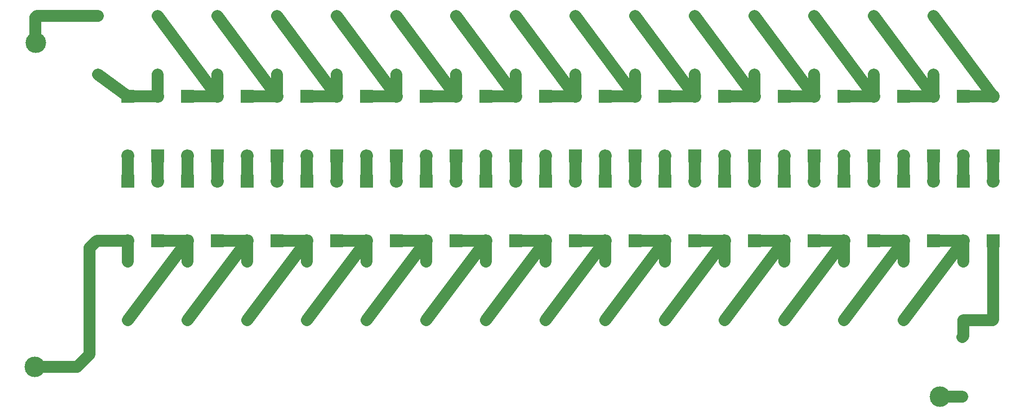
<source format=gbr>
G04 #@! TF.FileFunction,Copper,L2,Bot,Signal*
%FSLAX46Y46*%
G04 Gerber Fmt 4.6, Leading zero omitted, Abs format (unit mm)*
G04 Created by KiCad (PCBNEW 4.0.7) date 11/17/24 14:48:46*
%MOMM*%
%LPD*%
G01*
G04 APERTURE LIST*
%ADD10C,0.100000*%
%ADD11C,1.600000*%
%ADD12O,1.600000X1.600000*%
%ADD13R,2.200000X2.200000*%
%ADD14O,2.200000X2.200000*%
%ADD15C,3.500120*%
%ADD16C,3.500000*%
%ADD17C,2.000000*%
G04 APERTURE END LIST*
D10*
D11*
X271780000Y-84582000D03*
D12*
X271780000Y-74422000D03*
D11*
X124674000Y-19574000D03*
D12*
X124674000Y-29574000D03*
D11*
X266914000Y-19574000D03*
D12*
X266914000Y-29574000D03*
D11*
X256754000Y-19574000D03*
D12*
X256754000Y-29574000D03*
D11*
X246594000Y-19574000D03*
D12*
X246594000Y-29574000D03*
D11*
X236434000Y-19574000D03*
D12*
X236434000Y-29574000D03*
D11*
X226274000Y-19574000D03*
D12*
X226274000Y-29574000D03*
D11*
X216114000Y-19574000D03*
D12*
X216114000Y-29574000D03*
D11*
X205954000Y-19574000D03*
D12*
X205954000Y-29574000D03*
D11*
X195794000Y-19574000D03*
D12*
X195794000Y-29574000D03*
D11*
X185634000Y-19574000D03*
D12*
X185634000Y-29574000D03*
D11*
X175474000Y-19574000D03*
D12*
X175474000Y-29574000D03*
D11*
X165314000Y-19574000D03*
D12*
X165314000Y-29574000D03*
D11*
X155154000Y-19574000D03*
D12*
X155154000Y-29574000D03*
D11*
X144994000Y-19574000D03*
D12*
X144994000Y-29574000D03*
D11*
X271994000Y-61484000D03*
D12*
X271994000Y-71484000D03*
D11*
X261834000Y-61484000D03*
D12*
X261834000Y-71484000D03*
D11*
X251674000Y-61484000D03*
D12*
X251674000Y-71484000D03*
D11*
X241514000Y-61484000D03*
D12*
X241514000Y-71484000D03*
D11*
X231354000Y-61484000D03*
D12*
X231354000Y-71484000D03*
D11*
X221194000Y-61484000D03*
D12*
X221194000Y-71484000D03*
D11*
X211034000Y-61484000D03*
D12*
X211034000Y-71484000D03*
D11*
X200874000Y-61484000D03*
D12*
X200874000Y-71484000D03*
D11*
X190714000Y-61484000D03*
D12*
X190714000Y-71484000D03*
D11*
X180554000Y-61484000D03*
D12*
X180554000Y-71484000D03*
D11*
X170394000Y-61484000D03*
D12*
X170394000Y-71484000D03*
D11*
X160234000Y-61484000D03*
D12*
X160234000Y-71484000D03*
D11*
X150074000Y-61484000D03*
D12*
X150074000Y-71484000D03*
D11*
X139914000Y-61484000D03*
D12*
X139914000Y-71484000D03*
D13*
X277074000Y-57928000D03*
D14*
X277074000Y-47768000D03*
D13*
X266914000Y-57928000D03*
D14*
X266914000Y-47768000D03*
D13*
X256754000Y-57928000D03*
D14*
X256754000Y-47768000D03*
D13*
X246594000Y-57928000D03*
D14*
X246594000Y-47768000D03*
D13*
X236434000Y-57928000D03*
D14*
X236434000Y-47768000D03*
D13*
X226274000Y-57928000D03*
D14*
X226274000Y-47768000D03*
D13*
X216114000Y-57928000D03*
D14*
X216114000Y-47768000D03*
D13*
X205954000Y-57928000D03*
D14*
X205954000Y-47768000D03*
D13*
X195794000Y-57928000D03*
D14*
X195794000Y-47768000D03*
D13*
X185634000Y-57928000D03*
D14*
X185634000Y-47768000D03*
D13*
X175474000Y-57928000D03*
D14*
X175474000Y-47768000D03*
D13*
X165314000Y-57928000D03*
D14*
X165314000Y-47768000D03*
D13*
X155154000Y-57928000D03*
D14*
X155154000Y-47768000D03*
D13*
X144994000Y-57928000D03*
D14*
X144994000Y-47768000D03*
D13*
X277074000Y-43450000D03*
D14*
X277074000Y-33290000D03*
D13*
X266914000Y-43450000D03*
D14*
X266914000Y-33290000D03*
D13*
X256754000Y-43450000D03*
D14*
X256754000Y-33290000D03*
D13*
X246594000Y-43450000D03*
D14*
X246594000Y-33290000D03*
D13*
X236434000Y-43450000D03*
D14*
X236434000Y-33290000D03*
D13*
X226274000Y-43450000D03*
D14*
X226274000Y-33290000D03*
D13*
X216114000Y-43450000D03*
D14*
X216114000Y-33290000D03*
D13*
X205954000Y-43450000D03*
D14*
X205954000Y-33290000D03*
D13*
X195794000Y-43450000D03*
D14*
X195794000Y-33290000D03*
D13*
X185634000Y-43450000D03*
D14*
X185634000Y-33290000D03*
D13*
X175474000Y-43450000D03*
D14*
X175474000Y-33290000D03*
D13*
X165314000Y-43450000D03*
D14*
X165314000Y-33290000D03*
D13*
X155154000Y-43450000D03*
D14*
X155154000Y-33290000D03*
D13*
X144994000Y-43450000D03*
D14*
X144994000Y-33290000D03*
D13*
X271994000Y-47768000D03*
D14*
X271994000Y-57928000D03*
D13*
X261834000Y-47768000D03*
D14*
X261834000Y-57928000D03*
D13*
X251674000Y-47768000D03*
D14*
X251674000Y-57928000D03*
D13*
X241514000Y-47768000D03*
D14*
X241514000Y-57928000D03*
D13*
X231354000Y-47768000D03*
D14*
X231354000Y-57928000D03*
D13*
X221194000Y-47768000D03*
D14*
X221194000Y-57928000D03*
D13*
X211034000Y-47768000D03*
D14*
X211034000Y-57928000D03*
D13*
X200874000Y-47768000D03*
D14*
X200874000Y-57928000D03*
D13*
X190714000Y-47768000D03*
D14*
X190714000Y-57928000D03*
D13*
X180554000Y-47768000D03*
D14*
X180554000Y-57928000D03*
D13*
X170394000Y-47768000D03*
D14*
X170394000Y-57928000D03*
D13*
X160234000Y-47768000D03*
D14*
X160234000Y-57928000D03*
D13*
X150074000Y-47768000D03*
D14*
X150074000Y-57928000D03*
D13*
X139914000Y-47768000D03*
D14*
X139914000Y-57928000D03*
D13*
X271994000Y-33290000D03*
D14*
X271994000Y-43450000D03*
D13*
X261834000Y-33290000D03*
D14*
X261834000Y-43450000D03*
D13*
X251674000Y-33290000D03*
D14*
X251674000Y-43450000D03*
D13*
X241514000Y-33290000D03*
D14*
X241514000Y-43450000D03*
D13*
X231354000Y-33290000D03*
D14*
X231354000Y-43450000D03*
D13*
X221194000Y-33290000D03*
D14*
X221194000Y-43450000D03*
D13*
X211034000Y-33290000D03*
D14*
X211034000Y-43450000D03*
D13*
X200874000Y-33290000D03*
D14*
X200874000Y-43450000D03*
D13*
X190714000Y-33290000D03*
D14*
X190714000Y-43450000D03*
D13*
X180554000Y-33290000D03*
D14*
X180554000Y-43450000D03*
D13*
X170394000Y-33290000D03*
D14*
X170394000Y-43450000D03*
D13*
X160234000Y-33290000D03*
D14*
X160234000Y-43450000D03*
D13*
X150074000Y-33290000D03*
D14*
X150074000Y-43450000D03*
D13*
X139914000Y-33290000D03*
D14*
X139914000Y-43450000D03*
D13*
X134834000Y-57928000D03*
D14*
X134834000Y-47768000D03*
D13*
X134834000Y-43450000D03*
D14*
X134834000Y-33290000D03*
D11*
X134834000Y-19574000D03*
D12*
X134834000Y-29574000D03*
D11*
X129754000Y-61484000D03*
D12*
X129754000Y-71484000D03*
D13*
X129754000Y-47768000D03*
D14*
X129754000Y-57928000D03*
D13*
X129754000Y-33290000D03*
D14*
X129754000Y-43450000D03*
D15*
X113875000Y-79450000D03*
D16*
X267970000Y-84582000D03*
D15*
X114075000Y-24200000D03*
D17*
X271780000Y-84582000D02*
X267970000Y-84582000D01*
X271994000Y-71484000D02*
X271994000Y-74208000D01*
X271994000Y-74208000D02*
X271780000Y-74422000D01*
X114006000Y-79452000D02*
X121108000Y-79452000D01*
X124444000Y-57928000D02*
X129754000Y-57928000D01*
X123190000Y-59182000D02*
X124444000Y-57928000D01*
X123190000Y-77370000D02*
X123190000Y-59182000D01*
X121108000Y-79452000D02*
X123190000Y-77370000D01*
X271994000Y-71484000D02*
X277004000Y-71484000D01*
X277074000Y-71414000D02*
X277074000Y-57928000D01*
X277004000Y-71484000D02*
X277074000Y-71414000D01*
X114006000Y-24400000D02*
X114006000Y-19828000D01*
X114260000Y-19574000D02*
X124674000Y-19574000D01*
X114006000Y-19828000D02*
X114260000Y-19574000D01*
X124674000Y-29574000D02*
X129754000Y-33290000D01*
X266914000Y-19574000D02*
X277074000Y-33290000D01*
X256754000Y-19574000D02*
X266914000Y-33290000D01*
X246594000Y-19574000D02*
X256754000Y-33290000D01*
X236434000Y-19574000D02*
X246594000Y-33290000D01*
X226274000Y-19574000D02*
X236434000Y-33290000D01*
X216114000Y-19574000D02*
X226274000Y-33290000D01*
X205954000Y-19574000D02*
X216114000Y-33290000D01*
X195794000Y-19574000D02*
X205954000Y-33290000D01*
X185634000Y-19574000D02*
X195794000Y-33290000D01*
X175474000Y-19574000D02*
X185634000Y-33290000D01*
X165314000Y-19574000D02*
X175474000Y-33290000D01*
X155154000Y-19574000D02*
X165314000Y-33290000D01*
X144994000Y-19574000D02*
X155154000Y-33290000D01*
X266914000Y-29574000D02*
X266914000Y-33290000D01*
X256754000Y-29574000D02*
X256754000Y-33290000D01*
X246594000Y-29574000D02*
X246594000Y-33290000D01*
X236434000Y-29574000D02*
X236434000Y-33290000D01*
X226274000Y-29574000D02*
X226274000Y-33290000D01*
X216114000Y-29574000D02*
X216114000Y-33290000D01*
X205954000Y-29574000D02*
X205954000Y-33290000D01*
X195794000Y-29574000D02*
X195794000Y-33290000D01*
X185634000Y-29574000D02*
X185634000Y-33290000D01*
X175474000Y-29574000D02*
X175474000Y-33290000D01*
X165314000Y-29574000D02*
X165314000Y-33290000D01*
X155154000Y-29574000D02*
X155154000Y-33290000D01*
X144994000Y-29574000D02*
X144994000Y-33290000D01*
X134834000Y-19574000D02*
X144994000Y-33290000D01*
X261834000Y-71484000D02*
X271994000Y-57928000D01*
X251674000Y-71484000D02*
X261834000Y-57928000D01*
X241514000Y-71484000D02*
X251674000Y-57928000D01*
X231354000Y-71484000D02*
X241514000Y-57928000D01*
X221194000Y-71484000D02*
X231354000Y-57928000D01*
X211034000Y-71484000D02*
X221194000Y-57928000D01*
X200874000Y-71484000D02*
X211034000Y-57928000D01*
X190714000Y-71484000D02*
X200874000Y-57928000D01*
X180554000Y-71484000D02*
X190714000Y-57928000D01*
X170394000Y-71484000D02*
X180554000Y-57928000D01*
X160234000Y-71484000D02*
X170394000Y-57928000D01*
X150074000Y-71484000D02*
X160234000Y-57928000D01*
X139914000Y-71484000D02*
X150074000Y-57928000D01*
X129754000Y-71484000D02*
X139914000Y-57928000D01*
X271994000Y-57928000D02*
X271994000Y-61484000D01*
X261834000Y-57928000D02*
X261834000Y-61484000D01*
X251674000Y-57928000D02*
X251674000Y-61484000D01*
X241514000Y-57928000D02*
X241514000Y-61484000D01*
X231354000Y-57928000D02*
X231354000Y-61484000D01*
X221194000Y-57928000D02*
X221194000Y-61484000D01*
X211034000Y-57928000D02*
X211034000Y-61484000D01*
X200874000Y-57928000D02*
X200874000Y-61484000D01*
X190714000Y-57928000D02*
X190714000Y-61484000D01*
X180554000Y-57928000D02*
X180554000Y-61484000D01*
X170394000Y-57928000D02*
X170394000Y-61484000D01*
X160234000Y-57928000D02*
X160234000Y-61484000D01*
X150074000Y-57928000D02*
X150074000Y-61484000D01*
X139914000Y-57928000D02*
X139914000Y-61484000D01*
X271994000Y-57928000D02*
X266914000Y-57928000D01*
X261834000Y-57928000D02*
X256754000Y-57928000D01*
X251674000Y-57928000D02*
X246594000Y-57928000D01*
X241514000Y-57928000D02*
X236434000Y-57928000D01*
X231354000Y-57928000D02*
X226274000Y-57928000D01*
X221194000Y-57928000D02*
X216114000Y-57928000D01*
X211034000Y-57928000D02*
X205954000Y-57928000D01*
X200874000Y-57928000D02*
X195794000Y-57928000D01*
X190714000Y-57928000D02*
X185634000Y-57928000D01*
X180554000Y-57928000D02*
X175474000Y-57928000D01*
X170394000Y-57928000D02*
X165314000Y-57928000D01*
X160234000Y-57928000D02*
X155154000Y-57928000D01*
X150074000Y-57928000D02*
X144994000Y-57928000D01*
X139914000Y-57928000D02*
X134834000Y-57928000D01*
X277074000Y-33290000D02*
X271994000Y-33290000D01*
X266914000Y-33290000D02*
X261834000Y-33290000D01*
X256754000Y-33290000D02*
X251674000Y-33290000D01*
X246594000Y-33290000D02*
X241514000Y-33290000D01*
X236434000Y-33290000D02*
X231354000Y-33290000D01*
X226274000Y-33290000D02*
X221194000Y-33290000D01*
X216114000Y-33290000D02*
X211034000Y-33290000D01*
X205954000Y-33290000D02*
X200874000Y-33290000D01*
X195794000Y-33290000D02*
X190714000Y-33290000D01*
X185634000Y-33290000D02*
X180554000Y-33290000D01*
X175474000Y-33290000D02*
X170394000Y-33290000D01*
X165314000Y-33290000D02*
X160234000Y-33290000D01*
X155154000Y-33290000D02*
X150074000Y-33290000D01*
X144994000Y-33290000D02*
X139914000Y-33290000D01*
X134834000Y-33290000D02*
X129754000Y-33290000D01*
X277074000Y-43450000D02*
X277074000Y-47768000D01*
X271994000Y-43450000D02*
X271994000Y-47768000D01*
X266914000Y-43450000D02*
X266914000Y-47768000D01*
X261834000Y-43450000D02*
X261834000Y-47768000D01*
X256754000Y-43450000D02*
X256754000Y-47768000D01*
X251674000Y-43450000D02*
X251674000Y-47768000D01*
X246594000Y-43450000D02*
X246594000Y-47768000D01*
X241514000Y-43450000D02*
X241514000Y-47768000D01*
X236434000Y-43450000D02*
X236434000Y-47768000D01*
X231354000Y-43450000D02*
X231354000Y-47768000D01*
X226274000Y-43450000D02*
X226274000Y-47768000D01*
X221194000Y-43450000D02*
X221194000Y-47768000D01*
X216114000Y-43450000D02*
X216114000Y-47768000D01*
X211034000Y-43450000D02*
X211034000Y-47768000D01*
X205954000Y-43450000D02*
X205954000Y-47768000D01*
X200874000Y-43450000D02*
X200874000Y-47768000D01*
X195794000Y-43450000D02*
X195794000Y-47768000D01*
X190714000Y-43450000D02*
X190714000Y-47768000D01*
X185634000Y-43450000D02*
X185634000Y-47768000D01*
X180554000Y-43450000D02*
X180554000Y-47768000D01*
X175474000Y-43450000D02*
X175474000Y-47768000D01*
X170394000Y-43450000D02*
X170394000Y-47768000D01*
X165314000Y-43450000D02*
X165314000Y-47768000D01*
X160234000Y-43450000D02*
X160234000Y-47768000D01*
X155154000Y-43450000D02*
X155154000Y-47768000D01*
X150074000Y-43450000D02*
X150074000Y-47768000D01*
X144994000Y-43450000D02*
X144994000Y-47768000D01*
X139914000Y-43450000D02*
X139914000Y-47768000D01*
X134834000Y-43450000D02*
X134834000Y-47768000D01*
X129754000Y-57928000D02*
X129754000Y-61484000D01*
X134834000Y-29574000D02*
X134834000Y-33290000D01*
X129754000Y-43450000D02*
X129754000Y-47768000D01*
M02*

</source>
